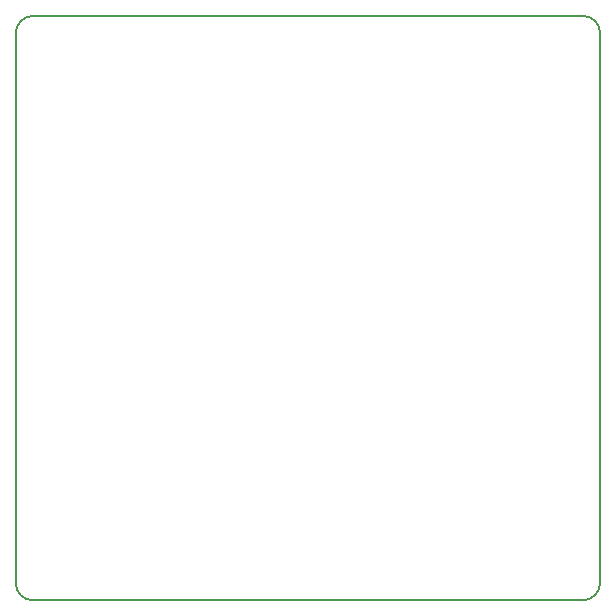
<source format=gm1>
G04 #@! TF.FileFunction,Profile,NP*
%FSLAX46Y46*%
G04 Gerber Fmt 4.6, Leading zero omitted, Abs format (unit mm)*
G04 Created by KiCad (PCBNEW 4.0.4+e1-6308~48~ubuntu16.04.1-stable) date Wed Oct 19 23:12:47 2016*
%MOMM*%
%LPD*%
G01*
G04 APERTURE LIST*
%ADD10C,0.100000*%
%ADD11C,0.150000*%
G04 APERTURE END LIST*
D10*
D11*
X135500000Y-116500000D02*
X135500000Y-70000000D01*
X183500000Y-118000000D02*
X137000000Y-118000000D01*
X185000000Y-70000000D02*
X185000000Y-116500000D01*
X185000000Y-70000000D02*
G75*
G03X183500000Y-68500000I-1500000J0D01*
G01*
X183500000Y-118000000D02*
G75*
G03X185000000Y-116500000I0J1500000D01*
G01*
X135500000Y-116500000D02*
G75*
G03X137000000Y-118000000I1500000J0D01*
G01*
X137000000Y-68500000D02*
G75*
G03X135500000Y-70000000I0J-1500000D01*
G01*
X137000000Y-68500000D02*
X183500000Y-68500000D01*
M02*

</source>
